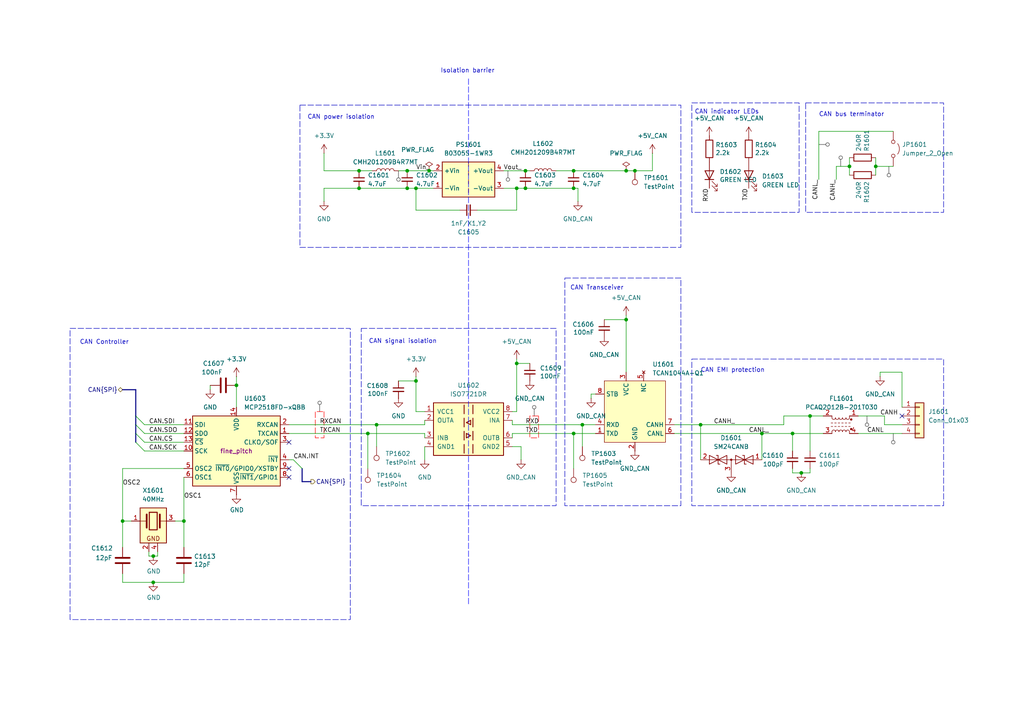
<source format=kicad_sch>
(kicad_sch (version 20250114) (generator "eeschema") (generator_version "9.0")
  (paper "A4")
  (title_block (title "HALPI2") (date "2025-01-26") (rev "v0.0.1") (company "Hat Labs Oy") (comment 1 "https://ohwr.org/cern_ohl_s_v2.pdf") (comment 2 "To view a copy of this license, visit ") (comment 3 "HALPI2 is licensed under CERN-OHL-S v2."))
  (lib_symbols
    (symbol "Connector:TestPoint" (pin_numbers (hide yes)) (pin_names (offset 0.762) (hide yes))
      (property "Reference" "TP" (at 0 6.858 0))
      (property "Value" "TestPoint" (at 0 5.08 0))
      (symbol "TestPoint_0_1"
        (circle (center 0 3.302) (radius 0.762))
      )
      (symbol "TestPoint_1_1"
        (pin passive line (at 0 0 90) (length 2.54) (name "1") (number "1"))
      )
    )
    (symbol "Connector_Generic:Conn_01x04" (pin_names (offset 1.016) (hide yes))
      (property "Reference" "J" (at 0 5.08 0))
      (property "Value" "Conn_01x04" (at 0 -7.62 0))
      (symbol "Conn_01x04_1_1"
        (rectangle (start -1.27 3.81) (end 1.27 -6.35) (stroke (width 0.254)) (fill (type background)))
        (rectangle (start -1.27 2.667) (end 0 2.413) (stroke (width 0.1524)))
        (rectangle (start -1.27 0.127) (end 0 -0.127) (stroke (width 0.1524)))
        (rectangle (start -1.27 -2.413) (end 0 -2.667) (stroke (width 0.1524)))
        (rectangle (start -1.27 -4.953) (end 0 -5.207) (stroke (width 0.1524)))
        (pin passive line (at -5.08 2.54 0) (length 3.81) (name "Pin_1") (number "1"))
        (pin passive line (at -5.08 0 0) (length 3.81) (name "Pin_2") (number "2"))
        (pin passive line (at -5.08 -2.54 0) (length 3.81) (name "Pin_3") (number "3"))
        (pin passive line (at -5.08 -5.08 0) (length 3.81) (name "Pin_4") (number "4"))
      )
    )
    (symbol "Device:C" (pin_numbers (hide yes)) (pin_names (offset 0.254))
      (property "Reference" "C" (at 0.635 2.54 0))
      (property "Value" "C" (at 0.635 -2.54 0))
      (symbol "C_0_1"
        (polyline (pts (xy -2.032 0.762) (xy 2.032 0.762)) (stroke (width 0.508)))
        (polyline (pts (xy -2.032 -0.762) (xy 2.032 -0.762)) (stroke (width 0.508)))
      )
      (symbol "C_1_1"
        (pin passive line (at 0 3.81 270) (length 2.794) (name "~") (number "1"))
        (pin passive line (at 0 -3.81 90) (length 2.794) (name "~") (number "2"))
      )
    )
    (symbol "Device:C_Small" (pin_numbers (hide yes)) (pin_names (offset 0.254) (hide yes))
      (property "Reference" "C" (at 0.254 1.778 0))
      (property "Value" "C_Small" (at 0.254 -2.032 0))
      (symbol "C_Small_0_1"
        (polyline (pts (xy -1.524 0.508) (xy 1.524 0.508)) (stroke (width 0.3048)))
        (polyline (pts (xy -1.524 -0.508) (xy 1.524 -0.508)) (stroke (width 0.3302)))
      )
      (symbol "C_Small_1_1"
        (pin passive line (at 0 2.54 270) (length 2.032) (name "~") (number "1"))
        (pin passive line (at 0 -2.54 90) (length 2.032) (name "~") (number "2"))
      )
    )
    (symbol "Device:L" (pin_numbers (hide yes)) (pin_names (offset 1.016) (hide yes))
      (property "Reference" "L" (at -1.27 0 90))
      (property "Value" "L" (at 1.905 0 90))
      (symbol "L_0_1"
        (arc (start 0 2.54) (mid 0.6323 1.905) (end 0 1.27))
        (arc (start 0 1.27) (mid 0.6323 0.635) (end 0 0))
        (arc (start 0 0) (mid 0.6323 -0.635) (end 0 -1.27))
        (arc (start 0 -1.27) (mid 0.6323 -1.905) (end 0 -2.54))
      )
      (symbol "L_1_1"
        (pin passive line (at 0 3.81 270) (length 1.27) (name "1") (number "1"))
        (pin passive line (at 0 -3.81 90) (length 1.27) (name "2") (number "2"))
      )
    )
    (symbol "Device:LED" (pin_numbers (hide yes)) (pin_names (offset 1.016) (hide yes))
      (property "Reference" "D" (at 0 2.54 0))
      (property "Value" "LED" (at 0 -2.54 0))
      (symbol "LED_0_1"
        (polyline (pts (xy -3.048 -0.762) (xy -4.572 -2.286) (xy -3.81 -2.286) (xy -4.572 -2.286) (xy -4.572 -1.524)))
        (polyline (pts (xy -1.778 -0.762) (xy -3.302 -2.286) (xy -2.54 -2.286) (xy -3.302 -2.286) (xy -3.302 -1.524)))
        (polyline (pts (xy -1.27 0) (xy 1.27 0)))
        (polyline (pts (xy -1.27 -1.27) (xy -1.27 1.27)) (stroke (width 0.254)))
        (polyline (pts (xy 1.27 -1.27) (xy 1.27 1.27) (xy -1.27 0) (xy 1.27 -1.27)) (stroke (width 0.254)))
      )
      (symbol "LED_1_1"
        (pin passive line (at -3.81 0 0) (length 2.54) (name "K") (number "1"))
        (pin passive line (at 3.81 0 180) (length 2.54) (name "A") (number "2"))
      )
    )
    (symbol "Device:L_Ferrite_Coupled_1243" (pin_names (offset 0.254) (hide yes))
      (property "Reference" "L" (at 0 4.445 0))
      (property "Value" "L_Ferrite_Coupled_1243" (at 0 -4.445 0))
      (symbol "L_Ferrite_Coupled_1243_0_1"
        (circle (center -3.048 1.524) (radius 0.254) (fill (type outline)))
        (circle (center -3.048 -1.27) (radius 0.254) (fill (type outline)))
        (polyline (pts (xy -2.794 0.508) (xy -2.286 0.508)))
        (polyline (pts (xy -2.794 -0.508) (xy -2.286 -0.508)))
        (polyline (pts (xy -2.54 2.032) (xy -2.54 2.54)))
        (polyline (pts (xy -2.54 -2.032) (xy -2.54 -2.54)))
        (arc (start -1.524 2.032) (mid -2.032 1.5262) (end -2.54 2.032))
        (arc (start -2.54 -2.032) (mid -2.032 -1.5262) (end -1.524 -2.032))
        (polyline (pts (xy -1.778 0.508) (xy -1.27 0.508)))
        (polyline (pts (xy -1.778 -0.508) (xy -1.27 -0.508)))
        (arc (start -0.508 2.032) (mid -1.016 1.5262) (end -1.524 2.032))
        (arc (start -1.524 -2.032) (mid -1.016 -1.5262) (end -0.508 -2.032))
        (polyline (pts (xy -0.762 0.508) (xy -0.254 0.508)))
        (polyline (pts (xy -0.762 -0.508) (xy -0.254 -0.508)))
        (arc (start 0.508 2.032) (mid 0 1.5262) (end -0.508 2.032))
        (arc (start -0.508 -2.032) (mid 0 -1.5262) (end 0.508 -2.032))
        (polyline (pts (xy 0.254 0.508) (xy 0.762 0.508)))
        (polyline (pts (xy 0.254 -0.508) (xy 0.762 -0.508)))
        (arc (start 1.524 2.032) (mid 1.016 1.5262) (end 0.508 2.032))
        (arc (start 0.508 -2.032) (mid 1.016 -1.5262) (end 1.524 -2.032))
        (polyline (pts (xy 1.27 0.508) (xy 1.778 0.508)))
        (polyline (pts (xy 1.27 -0.508) (xy 1.778 -0.508)))
        (arc (start 2.54 2.032) (mid 2.032 1.5262) (end 1.524 2.032))
        (arc (start 1.524 -2.032) (mid 2.032 -1.5262) (end 2.54 -2.032))
        (polyline (pts (xy 2.286 0.508) (xy 2.794 0.508)))
        (polyline (pts (xy 2.286 -0.508) (xy 2.794 -0.508)))
        (polyline (pts (xy 2.54 2.54) (xy 2.54 2.032)))
        (polyline (pts (xy 2.54 -2.032) (xy 2.54 -2.54)))
      )
      (symbol "L_Ferrite_Coupled_1243_1_1"
        (pin passive line (at -5.08 2.54 0) (length 2.54) (name "1") (number "1"))
        (pin passive line (at -5.08 -2.54 0) (length 2.54) (name "4") (number "4"))
        (pin passive line (at 5.08 2.54 180) (length 2.54) (name "2") (number "2"))
        (pin passive line (at 5.08 -2.54 180) (length 2.54) (name "3") (number "3"))
      )
    )
    (symbol "Device:R" (pin_numbers (hide yes)) (pin_names (offset 0))
      (property "Reference" "R" (at 2.032 0 90))
      (property "Value" "R" (at 0 0 90))
      (symbol "R_0_1"
        (rectangle (start -1.016 -2.54) (end 1.016 2.54) (stroke (width 0.254)))
      )
      (symbol "R_1_1"
        (pin passive line (at 0 3.81 270) (length 1.27) (name "~") (number "1"))
        (pin passive line (at 0 -3.81 90) (length 1.27) (name "~") (number "2"))
      )
    )
    (symbol "Diode:SM712_SOT23" (pin_names (offset 1.016) (hide yes))
      (property "Reference" "D" (at 0 4.445 0))
      (property "Value" "SM712_SOT23" (at 0 2.54 0))
      (symbol "SM712_SOT23_0_0"
        (polyline (pts (xy 0 -1.27) (xy 0 0)))
      )
      (symbol "SM712_SOT23_0_1"
        (polyline (pts (xy -6.35 0) (xy 6.35 0)))
        (polyline (pts (xy -6.35 -1.27) (xy -1.27 1.27) (xy -1.27 -1.27) (xy -6.35 1.27) (xy -6.35 -1.27)) (stroke (width 0.2032)))
        (polyline (pts (xy -3.302 1.27) (xy -3.81 1.27) (xy -3.81 -1.27) (xy -4.318 -1.27)) (stroke (width 0.2032)))
        (circle (center 0 0) (radius 0.254) (fill (type outline)))
        (polyline (pts (xy 1.27 -1.27) (xy 1.27 1.27) (xy 6.35 -1.27) (xy 6.35 1.27) (xy 1.27 -1.27)) (stroke (width 0.2032)))
        (polyline (pts (xy 4.318 1.27) (xy 3.81 1.27) (xy 3.81 -1.27) (xy 3.302 -1.27)) (stroke (width 0.2032)))
      )
      (symbol "SM712_SOT23_1_1"
        (pin passive line (at -8.89 0 0) (length 2.54) (name "A1") (number "1"))
        (pin input line (at 0 -3.81 90) (length 2.54) (name "common") (number "3"))
        (pin passive line (at 8.89 0 180) (length 2.54) (name "A2") (number "2"))
      )
    )
    (symbol "HALSER:IB0303S-W75R3"
      (property "Reference" "PS" (at -7.62 6.35 0))
      (property "Value" "IB0303S-W75R3" (at 1.27 6.35 0))
      (symbol "IB0303S-W75R3_0_0"
        (pin power_in line (at -10.16 2.54 0) (length 2.54) (name "+Vin") (number "2"))
        (pin power_in line (at -10.16 -2.54 0) (length 2.54) (name "-Vin") (number "1"))
        (pin power_out line (at 10.16 2.54 180) (length 2.54) (name "+Vout") (number "4"))
        (pin power_out line (at 10.16 -2.54 180) (length 2.54) (name "-Vout") (number "3"))
      )
      (symbol "IB0303S-W75R3_0_1"
        (rectangle (start -7.62 5.08) (end 7.62 -5.08) (stroke (width 0.254)) (fill (type background)))
        (polyline (pts (xy 0 5.08) (xy 0 3.81)))
        (polyline (pts (xy 0 2.54) (xy 0 1.27)))
        (polyline (pts (xy 0 0) (xy 0 -1.27)))
        (polyline (pts (xy 0 -2.54) (xy 0 -3.81)))
      )
    )
    (symbol "Hatlabs:+5V_CAN" (power) (pin_numbers (hide yes)) (pin_names (offset 0) (hide yes))
      (property "Value" "+5V_CAN" (at 0 3.556 0))
      (symbol "+5V_CAN_0_1"
        (polyline (pts (xy -0.762 1.27) (xy 0 2.54)))
        (polyline (pts (xy 0 2.54) (xy 0.762 1.27)))
        (polyline (pts (xy 0 0) (xy 0 2.54)))
      )
      (symbol "+5V_CAN_1_1"
        (pin power_in line (at 0 0 90) (length 0) (name "~") (number "1"))
      )
    )
    (symbol "Hatlabs:GND_CAN" (power) (pin_numbers (hide yes)) (pin_names (offset 0) (hide yes))
      (property "Value" "GND_CAN" (at 0 -3.81 0))
      (symbol "GND_CAN_0_1"
        (polyline (pts (xy 0 0) (xy 0 -1.27) (xy 1.27 -1.27) (xy 0 -2.54) (xy -1.27 -1.27) (xy 0 -1.27)))
      )
      (symbol "GND_CAN_1_1"
        (pin power_in line (at 0 0 270) (length 0) (name "~") (number "1"))
      )
    )
    (symbol "Hatlabs:ISO7721DR" (pin_names (offset 1.016))
      (property "Reference" "U" (at -10.16 8.89 0))
      (property "Value" "ISO7721DR" (at -2.032 8.89 0))
      (symbol "ISO7721DR_0_1"
        (rectangle (start -10.16 7.62) (end 10.16 -7.62) (stroke (width 0.254)) (fill (type background)))
        (polyline (pts (xy -1.27 6.985) (xy -1.27 4.445)) (stroke (width 0.254)))
        (polyline (pts (xy -1.27 3.175) (xy -1.27 0.635)) (stroke (width 0.254)))
        (polyline (pts (xy -1.27 -0.635) (xy -1.27 -3.175)) (stroke (width 0.254)))
        (polyline (pts (xy -1.27 -4.445) (xy -1.27 -6.985)) (stroke (width 0.254)))
        (polyline (pts (xy -0.635 -1.27) (xy -0.635 -2.54) (xy 0.635 -1.905) (xy -0.635 -1.27)) (stroke (width 0.254)))
        (polyline (pts (xy 0.635 2.54) (xy 0.635 1.27) (xy -0.635 1.905) (xy 0.635 2.54)) (stroke (width 0.254)))
        (polyline (pts (xy 1.27 6.985) (xy 1.27 4.445)) (stroke (width 0.254)))
        (polyline (pts (xy 1.27 3.175) (xy 1.27 0.635)) (stroke (width 0.254)))
        (polyline (pts (xy 1.27 -0.635) (xy 1.27 -3.175)) (stroke (width 0.254)))
        (polyline (pts (xy 1.27 -4.445) (xy 1.27 -6.985)) (stroke (width 0.254)))
      )
      (symbol "ISO7721DR_1_1"
        (pin power_in line (at -12.7 5.08 0) (length 2.54) (name "VCC1") (number "1"))
        (pin output line (at -12.7 2.54 0) (length 2.54) (name "OUTA") (number "2"))
        (pin input line (at -12.7 -2.54 0) (length 2.54) (name "INB") (number "3"))
        (pin power_in line (at -12.7 -5.08 0) (length 2.54) (name "GND1") (number "4"))
        (pin power_in line (at 12.7 5.08 180) (length 2.54) (name "VCC2") (number "8"))
        (pin input line (at 12.7 2.54 180) (length 2.54) (name "INA") (number "7"))
        (pin output line (at 12.7 -2.54 180) (length 2.54) (name "OUTB") (number "6"))
        (pin power_in line (at 12.7 -5.08 180) (length 2.54) (name "GND2") (number "5"))
      )
    )
    (symbol "Hatlabs:TCAN1044A-Q1"
      (property "Reference" "U" (at 4.572 12.7 0))
      (property "Value" "TCAN1044A-Q1" (at 11.43 10.414 0))
      (symbol "TCAN1044A-Q1_1_1"
        (rectangle (start -8.89 8.89) (end 8.89 -8.89) (fill (type background)))
        (pin input line (at -11.43 5.08 0) (length 2.54) (name "STB") (number "8"))
        (pin output line (at -11.43 -3.81 0) (length 2.54) (name "RXD") (number "4"))
        (pin input line (at -11.43 -6.35 0) (length 2.54) (name "TXD") (number "1"))
        (pin power_in line (at -2.54 11.43 270) (length 2.54) (name "VCC") (number "3"))
        (pin power_in line (at 0 -11.43 90) (length 2.54) (name "GND") (number "2"))
        (pin no_connect line (at 2.54 11.43 270) (length 2.54) (name "NC") (number "5"))
        (pin bidirectional line (at 11.43 -3.81 180) (length 2.54) (name "CANH") (number "7"))
        (pin bidirectional line (at 11.43 -6.35 180) (length 2.54) (name "CANL") (number "6"))
      )
    )
    (symbol "Interface_CAN_LIN:MCP2518FD-xQBB"
      (property "Reference" "U" (at 8.89 13.97 0))
      (property "Value" "MCP2518FD-xQBB" (at -3.81 13.97 0))
      (symbol "MCP2518FD-xQBB_0_1"
        (rectangle (start -12.7 10.16) (end 12.7 -10.16) (stroke (width 0.254)) (fill (type background)))
      )
      (symbol "MCP2518FD-xQBB_1_1"
        (pin input line (at -15.24 7.62 0) (length 2.54) (name "SDI") (number "11"))
        (pin output line (at -15.24 5.08 0) (length 2.54) (name "SDO") (number "12"))
        (pin input line (at -15.24 2.54 0) (length 2.54) (name "~{CS}") (number "13"))
        (pin input line (at -15.24 0 0) (length 2.54) (name "SCK") (number "10"))
        (pin output line (at -15.24 -5.08 0) (length 2.54) (name "OSC2") (number "5"))
        (pin input line (at -15.24 -7.62 0) (length 2.54) (name "OSC1") (number "6"))
        (pin power_in line (at 0 12.7 270) (length 2.54) (name "VDD") (number "14"))
        (pin passive line (at 0 -12.7 90) (length 2.54) (hide yes) (name "VSS") (number "15"))
        (pin power_in line (at 0 -12.7 90) (length 2.54) (name "VSS") (number "7"))
        (pin input line (at 15.24 7.62 180) (length 2.54) (name "RXCAN") (number "2"))
        (pin output line (at 15.24 5.08 180) (length 2.54) (name "TXCAN") (number "1"))
        (pin output line (at 15.24 2.54 180) (length 2.54) (name "CLKO/SOF") (number "3"))
        (pin output line (at 15.24 -2.54 180) (length 2.54) (name "~{INT}") (number "4"))
        (pin bidirectional line (at 15.24 -5.08 180) (length 2.54) (name "~{INT0}/GPIO0/XSTBY") (number "9"))
        (pin bidirectional line (at 15.24 -7.62 180) (length 2.54) (name "~{INT1}/GPIO1") (number "8"))
      )
    )
    (symbol "Jumper:Jumper_2_Open" (pin_numbers (hide yes)) (pin_names (offset 0) (hide yes)) (exclude_from_sim yes)
      (property "Reference" "JP" (at 0 2.794 0))
      (property "Value" "Jumper_2_Open" (at 0 -2.286 0))
      (symbol "Jumper_2_Open_0_0"
        (circle (center -2.032 0) (radius 0.508))
        (circle (center 2.032 0) (radius 0.508))
      )
      (symbol "Jumper_2_Open_0_1"
        (arc (start -1.524 1.27) (mid 0 1.778) (end 1.524 1.27))
      )
      (symbol "Jumper_2_Open_1_1"
        (pin passive line (at -5.08 0 0) (length 2.54) (name "A") (number "1"))
        (pin passive line (at 5.08 0 180) (length 2.54) (name "B") (number "2"))
      )
    )
    (symbol "PCM_Capacitor_AKL:C_0402" (pin_numbers (hide yes)) (pin_names (offset 0.254))
      (property "Reference" "C" (at 0.635 2.54 0))
      (property "Value" "C_0402" (at 0.635 -2.54 0))
      (symbol "C_0402_0_1"
        (polyline (pts (xy -2.032 0.762) (xy 2.032 0.762)) (stroke (width 0.508)))
        (polyline (pts (xy -2.032 -0.762) (xy 2.032 -0.762)) (stroke (width 0.508)))
      )
      (symbol "C_0402_0_2"
        (polyline (pts (xy -2.54 -2.54) (xy -0.381 -0.381)))
        (polyline (pts (xy -0.508 -0.508) (xy -1.651 0.635)) (stroke (width 0.508)))
        (polyline (pts (xy -0.508 -0.508) (xy 0.635 -1.651)) (stroke (width 0.508)))
        (polyline (pts (xy 0.381 0.381) (xy 2.54 2.54)))
        (polyline (pts (xy 0.508 0.508) (xy -0.635 1.651)) (stroke (width 0.508)))
        (polyline (pts (xy 0.508 0.508) (xy 1.651 -0.635)) (stroke (width 0.508)))
      )
      (symbol "C_0402_1_1"
        (pin passive line (at 0 3.81 270) (length 2.794) (name "~") (number "1"))
        (pin passive line (at 0 -3.81 90) (length 2.794) (name "~") (number "2"))
      )
      (symbol "C_0402_1_2"
        (pin passive line (at -2.54 -2.54 90) (length 0) (name "~") (number "2"))
        (pin passive line (at 2.54 2.54 270) (length 0) (name "~") (number "1"))
      )
    )
    (symbol "PCM_Crystal_AKL:Crystal_Generic_GND24" (pin_names (offset 1.016) (hide yes))
      (property "Reference" "X" (at 0 8.89 0))
      (property "Value" "Crystal_Generic" (at 0 6.35 0))
      (symbol "Crystal_Generic_GND24_0_1"
        (rectangle (start -3.81 3.81) (end 3.81 -6.35) (stroke (width 0.254)) (fill (type background)))
        (polyline (pts (xy -3.81 0) (xy -1.905 0)))
        (polyline (pts (xy -1.905 -1.905) (xy -1.905 1.905)) (stroke (width 0.508)))
        (rectangle (start -1.143 2.54) (end 1.143 -2.54) (stroke (width 0.3048)))
        (polyline (pts (xy 1.905 -1.905) (xy 1.905 1.905)) (stroke (width 0.508)))
        (polyline (pts (xy 3.81 0) (xy 1.905 0)))
        (text "GND" (at 0 -5.08 0) (effects (font (size 1.27 1.27))))
      )
      (symbol "Crystal_Generic_GND24_1_1"
        (pin passive line (at -6.35 0 0) (length 2.54) (name "1") (number "1"))
        (pin passive line (at -1.27 -8.89 90) (length 2.54) (name "2") (number "2"))
        (pin passive line (at 1.27 -8.89 90) (length 2.54) (name "4") (number "4"))
        (pin passive line (at 6.35 0 180) (length 2.54) (name "3") (number "3"))
      )
    )
    (symbol "power:+3.3V" (power) (pin_numbers (hide yes)) (pin_names (offset 0) (hide yes))
      (property "Value" "+3.3V" (at 0 3.556 0))
      (symbol "+3.3V_0_1"
        (polyline (pts (xy -0.762 1.27) (xy 0 2.54)))
        (polyline (pts (xy 0 2.54) (xy 0.762 1.27)))
        (polyline (pts (xy 0 0) (xy 0 2.54)))
      )
      (symbol "+3.3V_1_1"
        (pin power_in line (at 0 0 90) (length 0) (name "~") (number "1"))
      )
    )
    (symbol "power:GND" (power) (pin_numbers (hide yes)) (pin_names (offset 0) (hide yes))
      (property "Value" "GND" (at 0 -3.81 0))
      (symbol "GND_0_1"
        (polyline (pts (xy 0 0) (xy 0 -1.27) (xy 1.27 -1.27) (xy 0 -2.54) (xy -1.27 -1.27) (xy 0 -1.27)))
      )
      (symbol "GND_1_1"
        (pin power_in line (at 0 0 270) (length 0) (name "~") (number "1"))
      )
    )
    (symbol "power:PWR_FLAG" (power) (pin_numbers (hide yes)) (pin_names (offset 0) (hide yes))
      (property "Value" "PWR_FLAG" (at 0 3.81 0))
      (symbol "PWR_FLAG_0_0"
        (pin power_out line (at 0 0 90) (length 0) (name "~") (number "1"))
      )
      (symbol "PWR_FLAG_0_1"
        (polyline (pts (xy 0 0) (xy 0 1.27) (xy -1.016 1.905) (xy 0 2.54) (xy 1.016 1.905) (xy 0 1.27)))
      )
    )
  )
  (rectangle (start 200.66 29.845) (end 231.775 61.595) (stroke (width 0) (type dash)))
  (rectangle (start 233.68 29.845) (end 273.685 61.595) (stroke (width 0) (type dash)))
  (rectangle (start 20.32 95.25) (end 101.6 179.705) (stroke (width 0) (type dash)))
  (rectangle (start 200.66 104.14) (end 273.685 146.685) (stroke (width 0) (type dash)))
  (rectangle (start 86.995 30.48) (end 197.485 71.755) (stroke (width 0) (type dash)))
  (rectangle (start 163.83 80.645) (end 197.485 146.685) (stroke (width 0) (type dash)))
  (rectangle (start 104.775 95.25) (end 161.29 146.685) (stroke (width 0) (type dash)))
  (text "CAN signal isolation" (at 106.934 99.06 0) (effects (font (size 1.27 1.27)) (justify left)))
  (text "CAN Transceiver" (at 165.354 83.566 0) (effects (font (size 1.27 1.27)) (justify left)))
  (text "CAN Controller" (at 23.114 99.314 0) (effects (font (size 1.27 1.27)) (justify left)))
  (text "Isolation barrier" (at 135.636 21.336 0) (effects (font (size 1.27 1.27)) (justify bottom)))
  (text "CAN power isolation" (at 89.154 34.036 0) (effects (font (size 1.27 1.27)) (justify left)))
  (text "CAN bus terminator" (at 237.49 33.274 0) (effects (font (size 1.27 1.27)) (justify left)))
  (text "CAN EMI protection" (at 203.2 107.442 0) (effects (font (size 1.27 1.27)) (justify left)))
  (text "CAN indicator LEDs" (at 210.82 32.512 0) (effects (font (size 1.27 1.27))))
  (junction (at 149.86 105.41))
  (junction (at 118.11 54.61))
  (junction (at 104.14 54.61))
  (junction (at 120.65 54.61))
  (junction (at 44.45 168.91))
  (junction (at 118.11 49.53))
  (junction (at 229.87 125.73))
  (junction (at 234.95 120.65))
  (junction (at 68.58 111.76))
  (junction (at 220.98 125.73))
  (junction (at 152.4 49.53))
  (junction (at 53.34 151.13))
  (junction (at 254 48.26))
  (junction (at 109.22 123.19))
  (junction (at 104.14 49.53))
  (junction (at 184.15 49.53))
  (junction (at 181.61 92.71))
  (junction (at 124.46 49.53))
  (junction (at 181.61 49.53))
  (junction (at 44.45 161.29))
  (junction (at 203.2 123.19))
  (junction (at 232.41 137.16))
  (junction (at 120.65 110.49))
  (junction (at 166.37 125.73))
  (junction (at 35.56 151.13))
  (junction (at 152.4 54.61))
  (junction (at 166.37 54.61))
  (junction (at 106.68 125.73))
  (junction (at 166.37 49.53))
  (junction (at 246.38 48.26))
  (junction (at 168.91 123.19))
  (junction (at 149.86 54.61))
  (no_connect (at 261.62 120.65))
  (no_connect (at 83.82 135.89))
  (no_connect (at 83.82 138.43))
  (no_connect (at 83.82 128.27))
  (bus_entry (at 85.09 133.35) (size 2.54 2.54))
  (bus_entry (at 39.37 120.65) (size 2.54 2.54))
  (bus_entry (at 39.37 125.73) (size 2.54 2.54))
  (bus_entry (at 39.37 123.19) (size 2.54 2.54))
  (bus_entry (at 39.37 128.27) (size 2.54 2.54))
  (wire (pts (xy 167.64 54.61) (xy 166.37 54.61)))
  (wire (pts (xy 234.95 120.65) (xy 234.95 130.81)))
  (wire (pts (xy 149.86 119.38) (xy 148.59 119.38)))
  (wire (pts (xy 41.91 123.19) (xy 53.34 123.19)))
  (wire (pts (xy 166.37 49.53) (xy 181.61 49.53)))
  (wire (pts (xy 53.34 151.13) (xy 53.34 158.75)))
  (wire (pts (xy 168.91 123.19) (xy 172.72 123.19)))
  (wire (pts (xy 203.2 123.19) (xy 203.2 133.35)))
  (wire (pts (xy 189.23 44.45) (xy 189.23 49.53)))
  (wire (pts (xy 109.22 123.19) (xy 109.22 129.54)))
  (wire (pts (xy 120.65 60.96) (xy 120.65 54.61)))
  (wire (pts (xy 45.72 160.02) (xy 45.72 161.29)))
  (wire (pts (xy 152.4 54.61) (xy 166.37 54.61)))
  (wire (pts (xy 227.33 123.19) (xy 227.33 120.65)))
  (bus (pts (xy 35.56 113.03) (xy 39.37 113.03)))
  (wire (pts (xy 60.96 111.76) (xy 60.96 113.03)))
  (wire (pts (xy 43.18 160.02) (xy 43.18 161.29)))
  (wire (pts (xy 256.54 123.19) (xy 261.62 123.19)))
  (wire (pts (xy 166.37 125.73) (xy 172.72 125.73)))
  (wire (pts (xy 93.98 58.42) (xy 93.98 54.61)))
  (wire (pts (xy 148.59 121.92) (xy 148.59 123.19)))
  (wire (pts (xy 195.58 123.19) (xy 203.2 123.19)))
  (wire (pts (xy 167.64 58.42) (xy 167.64 54.61)))
  (wire (pts (xy 148.59 125.73) (xy 148.59 127)))
  (wire (pts (xy 254 48.26) (xy 259.08 48.26)))
  (wire (pts (xy 149.86 60.96) (xy 149.86 54.61)))
  (wire (pts (xy 229.87 137.16) (xy 232.41 137.16)))
  (wire (pts (xy 50.8 151.13) (xy 53.34 151.13)))
  (wire (pts (xy 109.22 123.19) (xy 123.19 123.19)))
  (wire (pts (xy 184.15 49.53) (xy 181.61 49.53)))
  (wire (pts (xy 237.49 38.1) (xy 237.49 52.07)))
  (bus (pts (xy 39.37 113.03) (xy 39.37 120.65)))
  (wire (pts (xy 229.87 125.73) (xy 229.87 130.81)))
  (wire (pts (xy 220.98 125.73) (xy 220.98 133.35)))
  (wire (pts (xy 118.11 49.53) (xy 124.46 49.53)))
  (wire (pts (xy 93.98 54.61) (xy 104.14 54.61)))
  (wire (pts (xy 41.91 128.27) (xy 53.34 128.27)))
  (wire (pts (xy 227.33 120.65) (xy 234.95 120.65)))
  (polyline (pts (xy 135.89 22.86) (xy 135.89 88.9)) (stroke (width 0) (type dash) (color 0 0 255 1)))
  (wire (pts (xy 35.56 168.91) (xy 44.45 168.91)))
  (wire (pts (xy 246.38 48.26) (xy 246.38 45.72)))
  (wire (pts (xy 123.19 125.73) (xy 123.19 127)))
  (wire (pts (xy 83.82 133.35) (xy 85.09 133.35)))
  (wire (pts (xy 53.34 138.43) (xy 53.34 151.13)))
  (wire (pts (xy 106.68 125.73) (xy 106.68 135.89)))
  (wire (pts (xy 123.19 129.54) (xy 123.19 133.35)))
  (wire (pts (xy 106.68 125.73) (xy 123.19 125.73)))
  (wire (pts (xy 242.57 52.07) (xy 242.57 48.26)))
  (wire (pts (xy 35.56 135.89) (xy 35.56 151.13)))
  (wire (pts (xy 161.29 49.53) (xy 166.37 49.53)))
  (wire (pts (xy 118.11 54.61) (xy 120.65 54.61)))
  (wire (pts (xy 256.54 120.65) (xy 256.54 123.19)))
  (wire (pts (xy 151.13 129.54) (xy 148.59 129.54)))
  (wire (pts (xy 153.67 105.41) (xy 149.86 105.41)))
  (wire (pts (xy 246.38 50.8) (xy 246.38 48.26)))
  (wire (pts (xy 138.43 60.96) (xy 149.86 60.96)))
  (bus (pts (xy 87.63 135.89) (xy 87.63 139.7)))
  (wire (pts (xy 259.08 38.1) (xy 237.49 38.1)))
  (wire (pts (xy 234.95 120.65) (xy 238.76 120.65)))
  (wire (pts (xy 93.98 44.45) (xy 93.98 49.53)))
  (wire (pts (xy 189.23 49.53) (xy 184.15 49.53)))
  (wire (pts (xy 148.59 123.19) (xy 168.91 123.19)))
  (wire (pts (xy 43.18 161.29) (xy 44.45 161.29)))
  (wire (pts (xy 195.58 125.73) (xy 220.98 125.73)))
  (wire (pts (xy 248.92 120.65) (xy 256.54 120.65)))
  (wire (pts (xy 248.92 125.73) (xy 261.62 125.73)))
  (wire (pts (xy 148.59 125.73) (xy 166.37 125.73)))
  (bus (pts (xy 39.37 120.65) (xy 39.37 123.19)))
  (wire (pts (xy 166.37 125.73) (xy 166.37 135.89)))
  (wire (pts (xy 83.82 123.19) (xy 109.22 123.19)))
  (wire (pts (xy 115.57 49.53) (xy 118.11 49.53)))
  (wire (pts (xy 175.26 92.71) (xy 181.61 92.71)))
  (wire (pts (xy 68.58 111.76) (xy 68.58 118.11)))
  (wire (pts (xy 45.72 161.29) (xy 44.45 161.29)))
  (wire (pts (xy 227.33 123.19) (xy 203.2 123.19)))
  (wire (pts (xy 120.65 119.38) (xy 120.65 110.49)))
  (wire (pts (xy 41.91 130.81) (xy 53.34 130.81)))
  (wire (pts (xy 168.91 123.19) (xy 168.91 129.54)))
  (wire (pts (xy 261.62 118.11) (xy 261.62 107.95)))
  (wire (pts (xy 234.95 135.89) (xy 234.95 137.16)))
  (wire (pts (xy 115.57 110.49) (xy 120.65 110.49)))
  (wire (pts (xy 123.19 121.92) (xy 123.19 123.19)))
  (wire (pts (xy 220.98 125.73) (xy 229.87 125.73)))
  (bus (pts (xy 90.17 139.7) (xy 87.63 139.7)))
  (wire (pts (xy 151.13 133.35) (xy 151.13 129.54)))
  (wire (pts (xy 93.98 49.53) (xy 104.14 49.53)))
  (wire (pts (xy 53.34 168.91) (xy 53.34 166.37)))
  (wire (pts (xy 232.41 137.16) (xy 234.95 137.16)))
  (polyline (pts (xy 135.89 88.9) (xy 135.89 175.26)) (stroke (width 0) (type dash) (color 0 0 255 1)))
  (wire (pts (xy 68.58 109.22) (xy 68.58 111.76)))
  (wire (pts (xy 146.05 49.53) (xy 152.4 49.53)))
  (wire (pts (xy 171.45 114.3) (xy 171.45 115.57)))
  (wire (pts (xy 120.65 119.38) (xy 123.19 119.38)))
  (wire (pts (xy 44.45 168.91) (xy 53.34 168.91)))
  (wire (pts (xy 181.61 92.71) (xy 181.61 91.44)))
  (wire (pts (xy 35.56 151.13) (xy 35.56 158.75)))
  (wire (pts (xy 238.76 125.73) (xy 229.87 125.73)))
  (wire (pts (xy 254 50.8) (xy 254 48.26)))
  (bus (pts (xy 39.37 125.73) (xy 39.37 128.27)))
  (wire (pts (xy 172.72 114.3) (xy 171.45 114.3)))
  (wire (pts (xy 35.56 135.89) (xy 53.34 135.89)))
  (wire (pts (xy 35.56 166.37) (xy 35.56 168.91)))
  (wire (pts (xy 255.27 107.95) (xy 255.27 109.22)))
  (wire (pts (xy 124.46 49.53) (xy 125.73 49.53)))
  (wire (pts (xy 152.4 49.53) (xy 153.67 49.53)))
  (wire (pts (xy 149.86 105.41) (xy 149.86 119.38)))
  (wire (pts (xy 146.05 54.61) (xy 149.86 54.61)))
  (wire (pts (xy 104.14 54.61) (xy 118.11 54.61)))
  (wire (pts (xy 83.82 125.73) (xy 106.68 125.73)))
  (wire (pts (xy 104.14 49.53) (xy 107.95 49.53)))
  (wire (pts (xy 181.61 107.95) (xy 181.61 92.71)))
  (wire (pts (xy 120.65 110.49) (xy 120.65 109.22)))
  (wire (pts (xy 229.87 135.89) (xy 229.87 137.16)))
  (wire (pts (xy 41.91 125.73) (xy 53.34 125.73)))
  (wire (pts (xy 246.38 48.26) (xy 242.57 48.26)))
  (wire (pts (xy 254 48.26) (xy 254 45.72)))
  (wire (pts (xy 35.56 151.13) (xy 38.1 151.13)))
  (wire (pts (xy 149.86 105.41) (xy 149.86 104.14)))
  (wire (pts (xy 133.35 60.96) (xy 120.65 60.96)))
  (wire (pts (xy 255.27 107.95) (xy 261.62 107.95)))
  (wire (pts (xy 120.65 54.61) (xy 125.73 54.61)))
  (wire (pts (xy 149.86 54.61) (xy 152.4 54.61)))
  (bus (pts (xy 39.37 123.19) (xy 39.37 125.73)))
  (label "Vin_" (at 120.65 49.53 0))
  (label "CAN.SCK" (at 43.18 130.81 0))
  (label "CAN.SDO" (at 43.18 125.73 0))
  (label "OSC1" (at 53.34 144.78 0))
  (label "OSC2" (at 35.56 140.97 0))
  (label "RXD" (at 152.4 123.19 0))
  (label "CAN.SDI" (at 43.18 123.19 0))
  (label "CANL_" (at 237.49 52.07 270))
  (label "TXD" (at 217.17 54.61 270))
  (label "RXCAN" (at 92.71 123.19 0))
  (label "TXCAN" (at 92.71 125.73 0))
  (label "CANH_" (at 242.57 52.07 270))
  (label "CAN.INT" (at 85.09 133.35 0))
  (label "CANH_" (at 207.01 123.19 0))
  (label "RXD" (at 205.74 54.61 270))
  (label "CAN.CS" (at 43.18 128.27 0))
  (label "CANL_" (at 217.17 125.73 0))
  (label "CANH" (at 255.27 120.65 0))
  (label "CANL" (at 251.46 125.73 0))
  (label "TXD" (at 152.4 125.73 0))
  (label "Vout_" (at 146.05 49.53 0))
  (hierarchical_label "CAN{SPI}" (shape output) (at 90.17 139.7 0))
  (hierarchical_label "CAN{SPI}" (shape bidirectional) (at 35.56 113.03 180))
  (rule_area (polyline (pts (xy 156.21 120.65) (xy 156.21 127) (xy 153.67 127) (xy 153.67 120.65)) (stroke (width 0) (type dash))))
  (rule_area (polyline (pts (xy 93.98 119.38) (xy 93.98 127) (xy 91.44 127) (xy 91.44 119.38)) (stroke (width 0) (type dash))))
  (netclass_flag "" (length 2.54) (shape round) (at 147.32 49.53 180) (property "Netclass" "Power" (effects (hide yes))))
  (netclass_flag "" (length 2.54) (shape round) (at 92.71 119.38 0) (property "Netclass" "Digital" (effects (hide yes))))
  (netclass_flag "" (length 2.54) (shape round) (at 237.49 41.91 270) (property "Netclass" "Analog" (effects (hide yes))))
  (netclass_flag "" (length 2.54) (shape round) (at 243.84 48.26 0) (property "Netclass" "Analog" (effects (hide yes))))
  (netclass_flag "" (length 2.54) (shape round) (at 251.46 120.65 180) (property "Netclass" "Analog" (effects (hide yes))))
  (netclass_flag "" (length 2.54) (shape round) (at 115.57 49.53 180) (property "Netclass" "Power" (effects (hide yes))))
  (netclass_flag "" (length 2.54) (shape round) (at 259.08 125.73 180) (property "Netclass" "Analog" (effects (hide yes))))
  (netclass_flag "" (length 2.54) (shape round) (at 154.94 120.65 0) (property "Netclass" "Digital" (effects (hide yes))))
  (netclass_flag "" (length 2.54) (shape round) (at 257.81 48.26 180) (property "Netclass" "Analog" (effects (hide yes))))
  (symbol (lib_id "Hatlabs:GND_CAN") (at 151.13 133.35 0) (unit 1)
    (property "Reference" "#PWR01617" (effects (hide yes)))
    (property "Value" "GND_CAN" (at 151.13 138.43 0))
    (property "Description" "Power symbol creates a global label with name \"GND_CAN\" , ground" (effects (hide yes)))
  )
  (symbol (lib_id "Device:C_Small") (at 104.14 52.07 0) (unit 1)
    (property "Reference" "C1601" (at 106.68 50.8063 0) (effects (justify left)))
    (property "Value" "4.7uF" (at 106.68 53.3463 0) (effects (justify left)))
    (property "Footprint" "Capacitor_SMD:C_0603_1608Metric" (effects (hide yes)))
    (property "LCSC" "C19666" (effects (hide yes)))
  )
  (symbol (lib_id "Device:R") (at 250.19 50.8 270) (unit 1)
    (property "Reference" "R1602" (at 251.3584 52.578 0) (effects (justify left)))
    (property "Value" "240R" (at 249.047 52.578 0) (effects (justify left)))
    (property "Footprint" "Resistor_SMD:R_0805_2012Metric" (effects (hide yes)))
    (property "LCSC" "C17572" (effects (hide yes)))
  )
  (symbol (lib_id "Device:L") (at 111.76 49.53 90) (unit 1)
    (property "Reference" "L1601" (at 111.76 44.45 90))
    (property "Value" "CMH201209B4R7MT" (at 111.76 46.99 90))
    (property "Footprint" "Inductor_SMD:L_0805_2012Metric" (effects (hide yes)))
    (property "LCSC" "C394959" (effects (hide yes)))
  )
  (symbol (lib_id "Device:C_Small") (at 118.11 52.07 0) (unit 1)
    (property "Reference" "C1602" (at 120.65 50.8063 0) (effects (justify left)))
    (property "Value" "4.7uF" (at 120.65 53.3463 0) (effects (justify left)))
    (property "Footprint" "Capacitor_SMD:C_0603_1608Metric" (effects (hide yes)))
    (property "LCSC" "C19666" (effects (hide yes)))
  )
  (symbol (lib_id "Hatlabs:GND_CAN") (at 255.27 109.22 0) (unit 1)
    (property "Reference" "#PWR01610" (effects (hide yes)))
    (property "Value" "GND_CAN" (at 255.27 114.3 0))
    (property "Description" "Power symbol creates a global label with name \"GND_CAN\" , ground" (effects (hide yes)))
  )
  (symbol (lib_id "Connector:TestPoint") (at 184.15 49.53 180) (unit 1)
    (property "Reference" "TP1601" (at 186.69 51.5619 0) (effects (justify right)))
    (property "Value" "TestPoint" (at 186.69 54.1019 0) (effects (justify right)))
    (property "Footprint" "TestPoint:TestPoint_Pad_D1.0mm" (effects (hide yes)))
    (property "Description" "test point" (effects (hide yes)))
  )
  (symbol (lib_id "Connector:TestPoint") (at 168.91 129.54 180) (unit 1)
    (property "Reference" "TP1603" (at 171.45 131.5719 0) (effects (justify right)))
    (property "Value" "TestPoint" (at 171.45 134.1119 0) (effects (justify right)))
    (property "Footprint" "TestPoint:TestPoint_Pad_D1.0mm" (effects (hide yes)))
    (property "Description" "test point" (effects (hide yes)))
  )
  (symbol (lib_id "Interface_CAN_LIN:MCP2518FD-xQBB") (at 68.58 130.81 0) (unit 1)
    (property "Reference" "U1603" (at 70.7741 115.57 0) (effects (justify left)))
    (property "Value" "MCP2518FD-xQBB" (at 70.7741 118.11 0) (effects (justify left)))
    (property "Footprint" "Package_DFN_QFN:DFN-14-1EP_3x4.5mm_P0.65mm_EP1.65x4.25mm" (effects (hide yes)))
    (property "Datasheet" "https://ww1.microchip.com/downloads/aemDocuments/documents/OTH/ProductDocuments/DataSheets/External-CAN-FD-Controller-with-SPI-Interface-DS20006027B.pdf" (effects (hide yes)))
    (property "Description" "CAN FD Controller with SPI Interface, up to 8 Mbps, Vdd 2.7..5.5V,  functional safety ready, VDFN-14" (effects (hide yes)))
    (property "LCSC" "C621395" (effects (hide yes)))
    (property "Component Class" "fine_pitch" (at 68.58 130.81 0))
  )
  (symbol (lib_id "Device:R") (at 250.19 45.72 270) (mirror x) (unit 1)
    (property "Reference" "R1601" (at 251.3584 43.942 0) (effects (justify left)))
    (property "Value" "240R" (at 249.047 43.942 0) (effects (justify left)))
    (property "Footprint" "Resistor_SMD:R_0805_2012Metric" (effects (hide yes)))
    (property "LCSC" "C17572" (effects (hide yes)))
  )
  (symbol (lib_id "Device:LED") (at 217.17 50.8 90) (unit 1)
    (property "Reference" "D1603" (at 220.98 51.1174 90) (effects (justify right)))
    (property "Value" "GREEN LED" (at 220.98 53.6574 90) (effects (justify right)))
    (property "Footprint" "LED_SMD:LED_0603_1608Metric" (effects (hide yes)))
    (property "LCSC" "C965804" (effects (hide yes)))
  )
  (symbol (lib_id "Hatlabs:+5V_CAN") (at 205.74 39.37 0) (unit 1)
    (property "Reference" "#PWR01623" (effects (hide yes)))
    (property "Value" "+5V_CAN" (at 205.74 34.29 0))
    (property "Description" "Power symbol creates a global label with name \"+5V_CAN\"" (effects (hide yes)))
  )
  (symbol (lib_id "Hatlabs:GND_CAN") (at 171.45 115.57 0) (unit 1)
    (property "Reference" "#PWR01614" (effects (hide yes)))
    (property "Value" "GND_CAN" (at 171.45 120.65 0))
    (property "Description" "Power symbol creates a global label with name \"GND_CAN\" , ground" (effects (hide yes)))
  )
  (symbol (lib_id "power:+3.3V") (at 68.58 109.22 0) (unit 1)
    (property "Reference" "#PWR01608" (effects (hide yes)))
    (property "Value" "+3.3V" (at 68.58 104.14 0))
    (property "Description" "Power symbol creates a global label with name \"+3.3V\"" (effects (hide yes)))
  )
  (symbol (lib_id "Device:LED") (at 205.74 50.8 90) (unit 1)
    (property "Reference" "D1602" (at 208.7372 49.8094 90) (effects (justify right)))
    (property "Value" "GREEN LED" (at 208.7372 52.1208 90) (effects (justify right)))
    (property "Footprint" "LED_SMD:LED_0603_1608Metric" (effects (hide yes)))
    (property "LCSC" "C965804" (effects (hide yes)))
  )
  (symbol (lib_id "PCM_Crystal_AKL:Crystal_Generic_GND24") (at 44.45 151.13 0) (unit 1)
    (property "Reference" "X1601" (at 44.45 142.24 0))
    (property "Value" "40MHz" (at 44.45 144.78 0))
    (property "Footprint" "Crystal:Crystal_SMD_3225-4Pin_3.2x2.5mm" (effects (hide yes)))
    (property "Datasheet" "https://wmsc.lcsc.com/wmsc/upload/file/pdf/v2/lcsc/2303300930_JGHC-S3240000121040B5_C5380554.pdf" (effects (hide yes)))
    (property "Description" "Quartz crystal, Shielded, Generic symbol, Alternate KiCad Library" (effects (hide yes)))
    (property "LCSC" "C5380554" (effects (hide yes)))
  )
  (symbol (lib_id "Connector_Generic:Conn_01x04") (at 266.7 120.65 0) (unit 1)
    (property "Reference" "J1601" (at 269.24 119.3799 0) (effects (justify left)))
    (property "Value" "Conn_01x03" (at 269.24 121.9199 0) (effects (justify left)))
    (property "Footprint" "Connector_Phoenix_MC:PhoenixContact_MCV_1,5_4-G-3.81_1x04_P3.81mm_Vertical" (effects (hide yes)))
    (property "Description" "Generic connector, single row, 01x04, script generated (kicad-library-utils/schlib/autogen/connector/)" (effects (hide yes)))
    (property "LCSC" "C8389" (effects (hide yes)))
  )
  (symbol (lib_id "Hatlabs:ISO7721DR") (at 135.89 124.46 0) (unit 1)
    (property "Reference" "U1602" (at 135.89 111.76 0))
    (property "Value" "ISO7721DR" (at 135.89 114.3 0))
    (property "Footprint" "Package_SO:SOIC-8_3.9x4.9mm_P1.27mm" (effects (hide yes)))
    (property "Datasheet" "https://www.lcsc.com/datasheet/lcsc_datasheet_1912111437_Texas-Instruments-ISO7721DR_C366164.pdf" (effects (hide yes)))
    (property "Description" "Dual-channel digital isolator, bidirectional communication, 3V/5V level translation, SOIC-8" (effects (hide yes)))
    (property "LCSC" "C366164" (effects (hide yes)))
  )
  (symbol (lib_id "Jumper:Jumper_2_Open") (at 259.08 43.18 270) (unit 1)
    (property "Reference" "JP1601" (at 261.62 41.9099 90) (effects (justify left)))
    (property "Value" "Jumper_2_Open" (at 261.62 44.4499 90) (effects (justify left)))
    (property "Footprint" "Connector_PinHeader_2.54mm:PinHeader_1x02_P2.54mm_Vertical" (effects (hide yes)))
    (property "Description" "Jumper, 2-pole, open" (effects (hide yes)))
    (property "LCSC" "C492401" (effects (hide yes)))
  )
  (symbol (lib_id "Device:C") (at 35.56 162.56 0) (unit 1)
    (property "Reference" "C1612" (at 26.416 159.004 0) (effects (justify left)))
    (property "Value" "12pF" (at 27.686 161.798 0) (effects (justify left)))
    (property "Footprint" "Capacitor_SMD:C_0402_1005Metric" (effects (hide yes)))
    (property "LCSC" "C1547" (effects (hide yes)))
  )
  (symbol (lib_id "Diode:SM712_SOT23") (at 212.09 133.35 0) (mirror y) (unit 1)
    (property "Reference" "D1601" (at 212.09 127 0))
    (property "Value" "SM24CANB" (at 212.09 129.54 0))
    (property "Footprint" "Package_TO_SOT_SMD:SOT-23" (effects (hide yes)))
    (property "LCSC" "C19185908" (effects (hide yes)))
  )
  (symbol (lib_id "Hatlabs:+5V_CAN") (at 189.23 44.45 0) (unit 1)
    (property "Reference" "#PWR01602" (effects (hide yes)))
    (property "Value" "+5V_CAN" (at 189.23 39.37 0))
    (property "Description" "Power symbol creates a global label with name \"+5V_CAN\"" (effects (hide yes)))
  )
  (symbol (lib_id "Device:C_Small") (at 135.89 60.96 90) (mirror x) (unit 1)
    (property "Reference" "C1605" (at 135.8963 67.31 90))
    (property "Value" "1nF/X1,Y2" (at 135.8963 64.77 90))
    (property "Footprint" "Hatlabs:C_1808_4520Metric" (effects (hide yes)))
    (property "LCSC" "C784081" (effects (hide yes)))
  )
  (symbol (lib_id "PCM_Capacitor_AKL:C_0402") (at 64.77 111.76 90) (unit 1)
    (property "Reference" "C1607" (at 61.976 105.41 90))
    (property "Value" "100nF" (at 61.468 107.95 90))
    (property "Footprint" "Capacitor_SMD:C_0402_1005Metric" (effects (hide yes)))
    (property "Description" "SMD 0402 MLCC capacitor, Alternate KiCad Library" (effects (hide yes)))
    (property "LCSC" "C1525" (effects (hide yes)))
  )
  (symbol (lib_id "Hatlabs:GND_CAN") (at 167.64 58.42 0) (unit 1)
    (property "Reference" "#PWR01604" (effects (hide yes)))
    (property "Value" "GND_CAN" (at 167.64 63.5 0))
    (property "Description" "Power symbol creates a global label with name \"GND_CAN\" , ground" (effects (hide yes)))
  )
  (symbol (lib_id "Hatlabs:+5V_CAN") (at 181.61 91.44 0) (unit 1)
    (property "Reference" "#PWR01605" (effects (hide yes)))
    (property "Value" "+5V_CAN" (at 181.61 86.36 0))
    (property "Description" "Power symbol creates a global label with name \"+5V_CAN\"" (effects (hide yes)))
  )
  (symbol (lib_id "Device:C_Small") (at 153.67 107.95 0) (unit 1)
    (property "Reference" "C1609" (at 156.591 106.7816 0) (effects (justify left)))
    (property "Value" "100nF" (at 156.591 109.093 0) (effects (justify left)))
    (property "Footprint" "Capacitor_SMD:C_0402_1005Metric" (effects (hide yes)))
    (property "LCSC" "C1525" (effects (hide yes)))
  )
  (symbol (lib_id "Connector:TestPoint") (at 166.37 135.89 180) (unit 1)
    (property "Reference" "TP1605" (at 168.91 137.9219 0) (effects (justify right)))
    (property "Value" "TestPoint" (at 168.91 140.4619 0) (effects (justify right)))
    (property "Footprint" "TestPoint:TestPoint_Pad_D1.0mm" (effects (hide yes)))
    (property "Description" "test point" (effects (hide yes)))
  )
  (symbol (lib_id "HALSER:IB0303S-W75R3") (at 135.89 52.07 0) (unit 1)
    (property "Reference" "PS1601" (at 135.89 41.91 0))
    (property "Value" "B0305S-1WR3" (at 135.89 44.45 0))
    (property "Footprint" "Hatlabs:SIP-4_L11.7-W6.0-P2.54_B0305S-1WR3" (effects (hide yes)))
    (property "Datasheet" "https://power.murata.com/pub/data/power/ncl/kdc_mee3.pdf" (effects (hide yes)))
    (property "Description" "3W, 1000 VDC isolated DC/DC converter, 5V input, 5V output, SIP" (effects (hide yes)))
    (property "LCSC" "C7465186" (effects (hide yes)))
    (property "JLCPCB_CORRECTION" "0;3.81;270" (effects (hide yes)))
  )
  (symbol (lib_id "Device:R") (at 205.74 43.18 0) (unit 1)
    (property "Reference" "R1603" (at 207.518 42.0116 0) (effects (justify left)))
    (property "Value" "2.2k" (at 207.518 44.323 0) (effects (justify left)))
    (property "Footprint" "Resistor_SMD:R_0402_1005Metric" (effects (hide yes)))
    (property "LCSC" "C25879" (effects (hide yes)))
  )
  (symbol (lib_id "power:PWR_FLAG") (at 181.61 49.53 0) (unit 1)
    (property "Reference" "#FLG01602" (effects (hide yes)))
    (property "Value" "PWR_FLAG" (at 181.61 44.45 0))
    (property "Description" "Special symbol for telling ERC where power comes from" (effects (hide yes)))
  )
  (symbol (lib_id "Device:C_Small") (at 115.57 113.03 0) (mirror y) (unit 1)
    (property "Reference" "C1608" (at 112.649 111.8616 0) (effects (justify left)))
    (property "Value" "100nF" (at 112.649 114.173 0) (effects (justify left)))
    (property "Footprint" "Capacitor_SMD:C_0402_1005Metric" (effects (hide yes)))
    (property "LCSC" "C1525" (effects (hide yes)))
  )
  (symbol (lib_id "Hatlabs:+5V_CAN") (at 149.86 104.14 0) (unit 1)
    (property "Reference" "#PWR01609" (effects (hide yes)))
    (property "Value" "+5V_CAN" (at 149.86 99.06 0))
    (property "Description" "Power symbol creates a global label with name \"+5V_CAN\"" (effects (hide yes)))
  )
  (symbol (lib_id "power:GND") (at 68.58 143.51 0) (unit 1)
    (property "Reference" "#PWR01620" (effects (hide yes)))
    (property "Value" "GND" (at 68.707 147.9042 0))
    (property "Description" "Power symbol creates a global label with name \"GND\" , ground" (effects (hide yes)))
  )
  (symbol (lib_id "Hatlabs:GND_CAN") (at 212.09 137.16 0) (unit 1)
    (property "Reference" "#PWR01618" (effects (hide yes)))
    (property "Value" "GND_CAN" (at 212.09 142.24 0))
    (property "Description" "Power symbol creates a global label with name \"GND_CAN\" , ground" (effects (hide yes)))
  )
  (symbol (lib_id "Hatlabs:GND_CAN") (at 184.15 130.81 0) (unit 1)
    (property "Reference" "#PWR01615" (effects (hide yes)))
    (property "Value" "GND_CAN" (at 184.15 135.89 0))
    (property "Description" "Power symbol creates a global label with name \"GND_CAN\" , ground" (effects (hide yes)))
  )
  (symbol (lib_id "Device:C_Small") (at 175.26 95.25 0) (mirror y) (unit 1)
    (property "Reference" "C1606" (at 172.339 94.0816 0) (effects (justify left)))
    (property "Value" "100nF" (at 172.339 96.393 0) (effects (justify left)))
    (property "Footprint" "Capacitor_SMD:C_0402_1005Metric" (effects (hide yes)))
    (property "LCSC" "C1525" (effects (hide yes)))
  )
  (symbol (lib_id "Hatlabs:GND_CAN") (at 175.26 97.79 0) (unit 1)
    (property "Reference" "#PWR01606" (effects (hide yes)))
    (property "Value" "GND_CAN" (at 175.26 102.87 0))
    (property "Description" "Power symbol creates a global label with name \"GND_CAN\" , ground" (effects (hide yes)))
  )
  (symbol (lib_id "Hatlabs:GND_CAN") (at 153.67 110.49 0) (unit 1)
    (property "Reference" "#PWR01613" (effects (hide yes)))
    (property "Value" "GND_CAN" (at 153.67 115.57 0))
    (property "Description" "Power symbol creates a global label with name \"GND_CAN\" , ground" (effects (hide yes)))
  )
  (symbol (lib_id "Device:C_Small") (at 152.4 52.07 0) (unit 1)
    (property "Reference" "C1603" (at 154.94 50.8063 0) (effects (justify left)))
    (property "Value" "4.7uF" (at 154.94 53.3463 0) (effects (justify left)))
    (property "Footprint" "Capacitor_SMD:C_0603_1608Metric" (effects (hide yes)))
    (property "LCSC" "C19666" (effects (hide yes)))
  )
  (symbol (lib_id "Device:C_Small") (at 166.37 52.07 0) (unit 1)
    (property "Reference" "C1604" (at 168.91 50.8063 0) (effects (justify left)))
    (property "Value" "4.7uF" (at 168.91 53.3463 0) (effects (justify left)))
    (property "Footprint" "Capacitor_SMD:C_0603_1608Metric" (effects (hide yes)))
    (property "LCSC" "C19666" (effects (hide yes)))
  )
  (symbol (lib_id "Connector:TestPoint") (at 106.68 135.89 180) (unit 1)
    (property "Reference" "TP1604" (at 109.22 137.9219 0) (effects (justify right)))
    (property "Value" "TestPoint" (at 109.22 140.4619 0) (effects (justify right)))
    (property "Footprint" "TestPoint:TestPoint_Pad_D1.0mm" (effects (hide yes)))
    (property "Description" "test point" (effects (hide yes)))
  )
  (symbol (lib_id "Device:C_Small") (at 234.95 133.35 0) (unit 1)
    (property "Reference" "C1611" (at 237.49 132.0862 0) (effects (justify left)))
    (property "Value" "100pF" (at 237.49 134.6262 0) (effects (justify left)))
    (property "Footprint" "Capacitor_SMD:C_0603_1608Metric" (effects (hide yes)))
    (property "Description" "Unpolarized capacitor, small symbol" (effects (hide yes)))
    (property "LCSC" "C14858" (effects (hide yes)))
  )
  (symbol (lib_id "power:GND") (at 123.19 133.35 0) (unit 1)
    (property "Reference" "#PWR01616" (effects (hide yes)))
    (property "Value" "GND" (at 123.19 138.43 0))
    (property "Description" "Power symbol creates a global label with name \"GND\" , ground" (effects (hide yes)))
  )
  (symbol (lib_id "power:GND") (at 44.45 161.29 0) (unit 1)
    (property "Reference" "#PWR01621" (effects (hide yes)))
    (property "Value" "GND" (at 44.577 165.6842 0))
    (property "Description" "Power symbol creates a global label with name \"GND\" , ground" (effects (hide yes)))
  )
  (symbol (lib_id "power:GND") (at 60.96 113.03 0) (unit 1)
    (property "Reference" "#PWR01611" (effects (hide yes)))
    (property "Value" "GND" (at 60.96 118.11 0))
    (property "Description" "Power symbol creates a global label with name \"GND\" , ground" (effects (hide yes)))
  )
  (symbol (lib_id "power:+3.3V") (at 93.98 44.45 0) (unit 1)
    (property "Reference" "#PWR01607" (effects (hide yes)))
    (property "Value" "+3.3V" (at 93.98 39.37 0))
    (property "Description" "Power symbol creates a global label with name \"+3.3V\"" (effects (hide yes)))
  )
  (symbol (lib_id "Device:L_Ferrite_Coupled_1243") (at 243.84 123.19 0) (mirror y) (unit 1)
    (property "Reference" "FL1601" (at 244.094 115.57 0))
    (property "Value" "PCAQ2012B-201T030" (at 244.094 118.11 0))
    (property "Footprint" "Hatlabs:L_CommonModeChoke_PCAQ2012B" (effects (hide yes)))
    (property "Description" "Coupled inductor with ferrite core" (effects (hide yes)))
    (property "Notes" "Alternatives: ACM2012-201-2P-T002" (effects (hide yes)))
    (property "LCSC" "C2926967" (effects (hide yes)))
  )
  (symbol (lib_id "Hatlabs:+5V_CAN") (at 217.17 39.37 0) (unit 1)
    (property "Reference" "#PWR01624" (effects (hide yes)))
    (property "Value" "+5V_CAN" (at 217.17 34.29 0))
    (property "Description" "Power symbol creates a global label with name \"+5V_CAN\"" (effects (hide yes)))
  )
  (symbol (lib_id "power:+3.3V") (at 120.65 109.22 0) (unit 1)
    (property "Reference" "#PWR01625" (effects (hide yes)))
    (property "Value" "+3.3V" (at 120.65 104.14 0))
    (property "Description" "Power symbol creates a global label with name \"+3.3V\"" (effects (hide yes)))
  )
  (symbol (lib_id "power:GND") (at 44.45 168.91 0) (unit 1)
    (property "Reference" "#PWR01622" (effects (hide yes)))
    (property "Value" "GND" (at 44.577 173.3042 0))
    (property "Description" "Power symbol creates a global label with name \"GND\" , ground" (effects (hide yes)))
  )
  (symbol (lib_id "Device:L") (at 157.48 49.53 90) (unit 1)
    (property "Reference" "L1602" (at 157.48 41.656 90))
    (property "Value" "CMH201209B4R7MT" (at 157.48 44.196 90))
    (property "Footprint" "Inductor_SMD:L_0805_2012Metric" (effects (hide yes)))
    (property "LCSC" "C394959" (effects (hide yes)))
  )
  (symbol (lib_id "power:GND") (at 93.98 58.42 0) (unit 1)
    (property "Reference" "#PWR01603" (effects (hide yes)))
    (property "Value" "GND" (at 93.98 63.5 0))
    (property "Description" "Power symbol creates a global label with name \"GND\" , ground" (effects (hide yes)))
  )
  (symbol (lib_id "Hatlabs:GND_CAN") (at 232.41 137.16 0) (unit 1)
    (property "Reference" "#PWR01619" (effects (hide yes)))
    (property "Value" "GND_CAN" (at 232.41 142.24 0))
    (property "Description" "Power symbol creates a global label with name \"GND_CAN\" , ground" (effects (hide yes)))
  )
  (symbol (lib_id "Hatlabs:TCAN1044A-Q1") (at 184.15 119.38 0) (unit 1)
    (property "Reference" "U1601" (at 189.23 105.664 0) (effects (justify left)))
    (property "Value" "TCAN1044A-Q1" (at 189.23 108.204 0) (effects (justify left)))
    (property "Footprint" "Package_SO:SOIC-8_3.9x4.9mm_P1.27mm" (effects (hide yes)))
    (property "Datasheet" "https://www.ti.com/lit/ds/symlink/tcan1044a-q1.pdf" (effects (hide yes)))
    (property "LCSC" "C3234993" (effects (hide yes)))
  )
  (symbol (lib_id "power:GND") (at 115.57 115.57 0) (unit 1)
    (property "Reference" "#PWR01612" (effects (hide yes)))
    (property "Value" "GND" (at 115.57 120.65 0))
    (property "Description" "Power symbol creates a global label with name \"GND\" , ground" (effects (hide yes)))
  )
  (symbol (lib_id "Device:C") (at 53.34 162.56 0) (unit 1)
    (property "Reference" "C1613" (at 56.261 161.3916 0) (effects (justify left)))
    (property "Value" "12pF" (at 56.261 163.703 0) (effects (justify left)))
    (property "Footprint" "Capacitor_SMD:C_0402_1005Metric" (effects (hide yes)))
    (property "LCSC" "C1547" (effects (hide yes)))
  )
  (symbol (lib_id "Device:C_Small") (at 229.87 133.35 0) (mirror y) (unit 1)
    (property "Reference" "C1610" (at 227.33 132.0862 0) (effects (justify left)))
    (property "Value" "100pF" (at 227.33 134.6262 0) (effects (justify left)))
    (property "Footprint" "Capacitor_SMD:C_0603_1608Metric" (effects (hide yes)))
    (property "Description" "Unpolarized capacitor, small symbol" (effects (hide yes)))
    (property "LCSC" "C14858" (effects (hide yes)))
  )
  (symbol (lib_id "Device:R") (at 217.17 43.18 0) (unit 1)
    (property "Reference" "R1604" (at 218.948 42.0116 0) (effects (justify left)))
    (property "Value" "2.2k" (at 218.948 44.323 0) (effects (justify left)))
    (property "Footprint" "Resistor_SMD:R_0402_1005Metric" (effects (hide yes)))
    (property "LCSC" "C25879" (effects (hide yes)))
  )
  (symbol (lib_id "power:PWR_FLAG") (at 124.46 49.53 0) (unit 1)
    (property "Reference" "#FLG01601" (effects (hide yes)))
    (property "Value" "PWR_FLAG" (at 121.158 43.434 0))
    (property "Description" "Special symbol for telling ERC where power comes from" (effects (hide yes)))
  )
  (symbol (lib_id "Connector:TestPoint") (at 109.22 129.54 180) (unit 1)
    (property "Reference" "TP1602" (at 111.76 131.5719 0) (effects (justify right)))
    (property "Value" "TestPoint" (at 111.76 134.1119 0) (effects (justify right)))
    (property "Footprint" "TestPoint:TestPoint_Pad_D1.0mm" (effects (hide yes)))
    (property "Description" "test point" (effects (hide yes)))
  )
)
</source>
